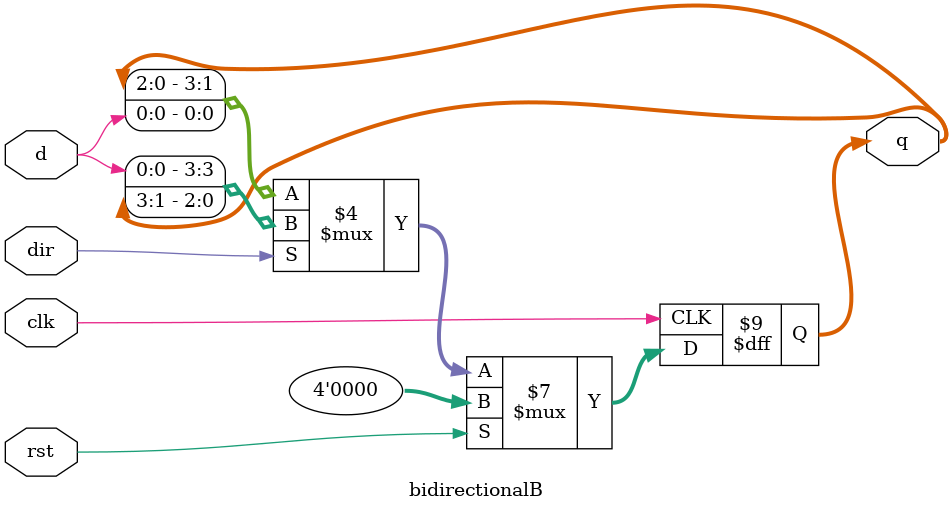
<source format=v>
`timescale 1ns / 1ps
module bidirectionalB(clk,rst,dir,d,q
    );
input clk,rst,dir,d;
output reg [3:0] q;
always@(posedge clk)
begin

if(rst)
    q<=4'b0000;
else if(dir==0)
    q<={q[2:0],d};
else
    q<={d,q[3:1]};
end

endmodule

</source>
